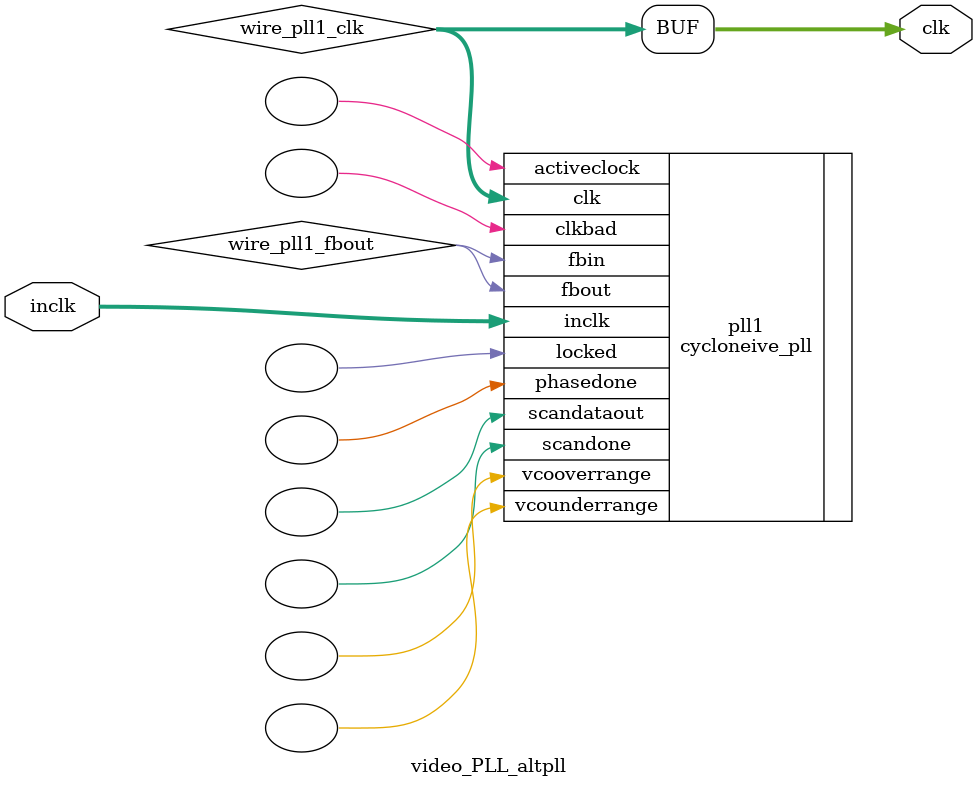
<source format=v>






//synthesis_resources = cycloneive_pll 1 
//synopsys translate_off
`timescale 1 ps / 1 ps
//synopsys translate_on
module  video_PLL_altpll
	( 
	clk,
	inclk) /* synthesis synthesis_clearbox=1 */;
	output   [4:0]  clk;
	input   [1:0]  inclk;
`ifndef ALTERA_RESERVED_QIS
// synopsys translate_off
`endif
	tri0   [1:0]  inclk;
`ifndef ALTERA_RESERVED_QIS
// synopsys translate_on
`endif

	wire  [4:0]   wire_pll1_clk;
	wire  wire_pll1_fbout;

	cycloneive_pll   pll1
	( 
	.activeclock(),
	.clk(wire_pll1_clk),
	.clkbad(),
	.fbin(wire_pll1_fbout),
	.fbout(wire_pll1_fbout),
	.inclk(inclk),
	.locked(),
	.phasedone(),
	.scandataout(),
	.scandone(),
	.vcooverrange(),
	.vcounderrange()
	`ifndef FORMAL_VERIFICATION
	// synopsys translate_off
	`endif
	,
	.areset(1'b0),
	.clkswitch(1'b0),
	.configupdate(1'b0),
	.pfdena(1'b1),
	.phasecounterselect({3{1'b0}}),
	.phasestep(1'b0),
	.phaseupdown(1'b0),
	.scanclk(1'b0),
	.scanclkena(1'b1),
	.scandata(1'b0)
	`ifndef FORMAL_VERIFICATION
	// synopsys translate_on
	`endif
	);
	defparam
		pll1.bandwidth_type = "auto",
		pll1.clk0_divide_by = 2,
		pll1.clk0_duty_cycle = 50,
		pll1.clk0_multiply_by = 1,
		pll1.clk0_phase_shift = "0",
		pll1.compensate_clock = "clk0",
		pll1.inclk0_input_frequency = 20000,
		pll1.operation_mode = "normal",
		pll1.pll_type = "auto",
		pll1.lpm_type = "cycloneive_pll";
	assign
		clk = {wire_pll1_clk[4:0]};
endmodule //video_PLL_altpll
//VALID FILE

</source>
